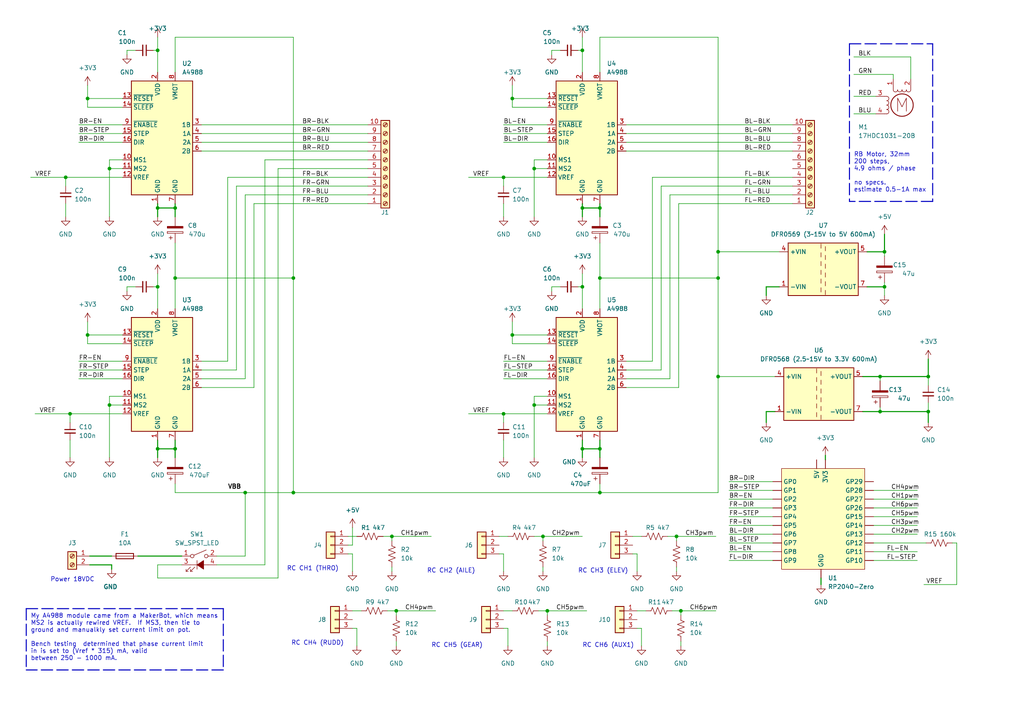
<source format=kicad_sch>
(kicad_sch (version 20211123) (generator eeschema)
  (paper "A4")
  (title_block (title "Roverling") (date "22-07-2023") (rev "1.02"))
  (lib_symbols
    (symbol "Connector:Screw_Terminal_01x02" (pin_names (offset 1.016) hide)
      (property "Reference" "J" (at 0 2.54 0))
      (property "Value" "Screw_Terminal_01x02" (at 0 -5.08 0))
      (symbol "Screw_Terminal_01x02_1_1"
        (pin passive line (at -5.08 0 0) (length 3.81) (name "Pin_1") (number "1"))
        (pin passive line (at -5.08 -2.54 0) (length 3.81) (name "Pin_2") (number "2"))
      )
    )
    (symbol "Connector:Screw_Terminal_01x10" (pin_names (offset 1.016) hide)
      (property "Reference" "J" (at 0 12.7 0))
      (property "Value" "Screw_Terminal_01x10" (at 0 -15.24 0))
      (symbol "Screw_Terminal_01x10_1_1"
        (pin passive line (at -5.08 10.16 0) (length 3.81) (name "Pin_1") (number "1"))
        (pin passive line (at -5.08 -12.7 0) (length 3.81) (name "Pin_10") (number "10"))
        (pin passive line (at -5.08 7.62 0) (length 3.81) (name "Pin_2") (number "2"))
        (pin passive line (at -5.08 5.08 0) (length 3.81) (name "Pin_3") (number "3"))
        (pin passive line (at -5.08 2.54 0) (length 3.81) (name "Pin_4") (number "4"))
        (pin passive line (at -5.08 0 0) (length 3.81) (name "Pin_5") (number "5"))
        (pin passive line (at -5.08 -2.54 0) (length 3.81) (name "Pin_6") (number "6"))
        (pin passive line (at -5.08 -5.08 0) (length 3.81) (name "Pin_7") (number "7"))
        (pin passive line (at -5.08 -7.62 0) (length 3.81) (name "Pin_8") (number "8"))
        (pin passive line (at -5.08 -10.16 0) (length 3.81) (name "Pin_9") (number "9"))
      )
    )
    (symbol "Connector_Generic:Conn_01x03" (pin_names (offset 1.016) hide)
      (property "Reference" "J" (at 0 5.08 0))
      (property "Value" "Conn_01x03" (at 0 -5.08 0))
      (symbol "Conn_01x03_1_1"
        (pin passive line (at -5.08 2.54 0) (length 3.81) (name "Pin_1") (number "1"))
        (pin passive line (at -5.08 0 0) (length 3.81) (name "Pin_2") (number "2"))
        (pin passive line (at -5.08 -2.54 0) (length 3.81) (name "Pin_3") (number "3"))
      )
    )
    (symbol "Device:C_Polarized" (pin_numbers hide) (pin_names (offset 0.254))
      (property "Reference" "C" (at 0.635 2.54 0))
      (property "Value" "C_Polarized" (at 0.635 -2.54 0))
      (symbol "C_Polarized_1_1"
        (pin passive line (at 0 3.81 270) (length 2.794) (name "~") (number "1"))
        (pin passive line (at 0 -3.81 90) (length 2.794) (name "~") (number "2"))
      )
    )
    (symbol "Device:C_Small" (pin_numbers hide) (pin_names (offset 0.254) hide)
      (property "Reference" "C" (at 0.254 1.778 0))
      (property "Value" "C_Small" (at 0.254 -2.032 0))
      (symbol "C_Small_1_1"
        (pin passive line (at 0 2.54 270) (length 2.032) (name "~") (number "1"))
        (pin passive line (at 0 -2.54 90) (length 2.032) (name "~") (number "2"))
      )
    )
    (symbol "Device:Fuse" (pin_numbers hide) (pin_names (offset 0))
      (property "Reference" "F" (at 2.032 0 90))
      (property "Value" "Fuse" (at -1.905 0 90))
      (symbol "Fuse_1_1"
        (pin passive line (at 0 3.81 270) (length 1.27) (name "~") (number "1"))
        (pin passive line (at 0 -3.81 90) (length 1.27) (name "~") (number "2"))
      )
    )
    (symbol "Device:R_US" (pin_numbers hide) (pin_names (offset 0))
      (property "Reference" "R" (at 2.54 0 90))
      (property "Value" "R_US" (at -2.54 0 90))
      (symbol "R_US_1_1"
        (pin passive line (at 0 3.81 270) (length 1.27) (name "~") (number "1"))
        (pin passive line (at 0 -3.81 90) (length 1.27) (name "~") (number "2"))
      )
    )
    (symbol "Driver_Motor:Pololu_Breakout_A4988"
      (property "Reference" "U5" (at 7.0994 20.32 0))
      (property "Value" "A4988" (at 7.0994 17.78 0))
      (symbol "Pololu_Breakout_A4988_1_1"
        (pin power_in line (at 0 -20.32 90) (length 2.54) (name "GND") (number "1"))
        (pin input line (at -10.16 -7.62 0) (length 2.54) (name "MS1") (number "10"))
        (pin input line (at -10.16 -10.16 0) (length 2.54) (name "MS2") (number "11"))
        (pin input line (at -10.16 -12.7 0) (length 2.54) (name "VREF") (number "12"))
        (pin input line (at -10.16 10.16 0) (length 2.54) (name "~{RESET}") (number "13"))
        (pin input line (at -10.16 7.62 0) (length 2.54) (name "~{SLEEP}") (number "14"))
        (pin input line (at -10.16 0 0) (length 2.54) (name "STEP") (number "15"))
        (pin input line (at -10.16 -2.54 0) (length 2.54) (name "DIR") (number "16"))
        (pin power_in line (at 0 17.78 270) (length 2.54) (name "VDD") (number "2"))
        (pin output line (at 12.7 2.54 180) (length 2.54) (name "1B") (number "3"))
        (pin output line (at 12.7 0 180) (length 2.54) (name "1A") (number "4"))
        (pin output line (at 12.7 -2.54 180) (length 2.54) (name "2A") (number "5"))
        (pin output line (at 12.7 -5.08 180) (length 2.54) (name "2B") (number "6"))
        (pin power_in line (at 5.08 -20.32 90) (length 2.54) (name "GND") (number "7"))
        (pin power_in line (at 5.08 17.78 270) (length 2.54) (name "VMOT") (number "8"))
        (pin input line (at -10.16 2.54 0) (length 2.54) (name "~{ENABLE}") (number "9"))
      )
    )
    (symbol "Motor:Stepper_Motor_bipolar" (pin_names (offset 0) hide)
      (property "Reference" "M" (at 3.81 2.54 0))
      (property "Value" "Stepper_Motor_bipolar" (at 3.81 1.27 0))
      (symbol "Stepper_Motor_bipolar_1_1"
        (pin passive line (at -2.54 7.62 270) (length 2.54) (name "~") (number "1"))
        (pin passive line (at 2.54 7.62 270) (length 2.54) (name "-") (number "2"))
        (pin passive line (at -7.62 2.54 0) (length 2.54) (name "~") (number "3"))
        (pin passive line (at -7.62 -2.54 0) (length 2.54) (name "~") (number "4"))
      )
    )
    (symbol "Pololu_Breakout_A4988_1"
      (property "Reference" "U2" (at 7.0994 20.32 0))
      (property "Value" "Pololu_Breakout_A4988_1" (at 7.0994 17.78 0))
      (symbol "Pololu_Breakout_A4988_1_1_1"
        (pin power_in line (at 0 -20.32 90) (length 2.54) (name "GND") (number "1"))
        (pin input line (at -10.16 -7.62 0) (length 2.54) (name "MS1") (number "10"))
        (pin input line (at -10.16 -10.16 0) (length 2.54) (name "MS2") (number "11"))
        (pin input line (at -10.16 -12.7 0) (length 2.54) (name "VREF") (number "12"))
        (pin input line (at -10.16 10.16 0) (length 2.54) (name "~{RESET}") (number "13"))
        (pin input line (at -10.16 7.62 0) (length 2.54) (name "~{SLEEP}") (number "14"))
        (pin input line (at -10.16 0 0) (length 2.54) (name "STEP") (number "15"))
        (pin input line (at -10.16 -2.54 0) (length 2.54) (name "DIR") (number "16"))
        (pin power_in line (at 0 17.78 270) (length 2.54) (name "VDD") (number "2"))
        (pin output line (at 12.7 2.54 180) (length 2.54) (name "1B") (number "3"))
        (pin output line (at 12.7 0 180) (length 2.54) (name "1A") (number "4"))
        (pin output line (at 12.7 -2.54 180) (length 2.54) (name "2A") (number "5"))
        (pin output line (at 12.7 -5.08 180) (length 2.54) (name "2B") (number "6"))
        (pin power_in line (at 5.08 -20.32 90) (length 2.54) (name "GND") (number "7"))
        (pin power_in line (at 5.08 17.78 270) (length 2.54) (name "VMOT") (number "8"))
        (pin input line (at -10.16 2.54 0) (length 2.54) (name "~{ENABLE}") (number "9"))
      )
    )
    (symbol "Pololu_Breakout_A4988_2"
      (property "Reference" "U3" (at 7.0994 20.32 0))
      (property "Value" "Pololu_Breakout_A4988_2" (at 7.0994 17.78 0))
      (symbol "Pololu_Breakout_A4988_2_1_1"
        (pin power_in line (at 0 -20.32 90) (length 2.54) (name "GND") (number "1"))
        (pin input line (at -10.16 -7.62 0) (length 2.54) (name "MS1") (number "10"))
        (pin input line (at -10.16 -10.16 0) (length 2.54) (name "MS2") (number "11"))
        (pin input line (at -10.16 -12.7 0) (length 2.54) (name "VREF") (number "12"))
        (pin input line (at -10.16 10.16 0) (length 2.54) (name "~{RESET}") (number "13"))
        (pin input line (at -10.16 7.62 0) (length 2.54) (name "~{SLEEP}") (number "14"))
        (pin input line (at -10.16 0 0) (length 2.54) (name "STEP") (number "15"))
        (pin input line (at -10.16 -2.54 0) (length 2.54) (name "DIR") (number "16"))
        (pin power_in line (at 0 17.78 270) (length 2.54) (name "VDD") (number "2"))
        (pin output line (at 12.7 2.54 180) (length 2.54) (name "1B") (number "3"))
        (pin output line (at 12.7 0 180) (length 2.54) (name "1A") (number "4"))
        (pin output line (at 12.7 -2.54 180) (length 2.54) (name "2A") (number "5"))
        (pin output line (at 12.7 -5.08 180) (length 2.54) (name "2B") (number "6"))
        (pin power_in line (at 5.08 -20.32 90) (length 2.54) (name "GND") (number "7"))
        (pin power_in line (at 5.08 17.78 270) (length 2.54) (name "VMOT") (number "8"))
        (pin input line (at -10.16 2.54 0) (length 2.54) (name "~{ENABLE}") (number "9"))
      )
    )
    (symbol "Pololu_Breakout_A4988_3"
      (property "Reference" "U4" (at 7.0994 20.32 0))
      (property "Value" "Pololu_Breakout_A4988_3" (at 7.0994 17.78 0))
      (symbol "Pololu_Breakout_A4988_3_1_1"
        (pin power_in line (at 0 -20.32 90) (length 2.54) (name "GND") (number "1"))
        (pin input line (at -10.16 -7.62 0) (length 2.54) (name "MS1") (number "10"))
        (pin input line (at -10.16 -10.16 0) (length 2.54) (name "MS2") (number "11"))
        (pin input line (at -10.16 -12.7 0) (length 2.54) (name "VREF") (number "12"))
        (pin input line (at -10.16 10.16 0) (length 2.54) (name "~{RESET}") (number "13"))
        (pin input line (at -10.16 7.62 0) (length 2.54) (name "~{SLEEP}") (number "14"))
        (pin input line (at -10.16 0 0) (length 2.54) (name "STEP") (number "15"))
        (pin input line (at -10.16 -2.54 0) (length 2.54) (name "DIR") (number "16"))
        (pin power_in line (at 0 17.78 270) (length 2.54) (name "VDD") (number "2"))
        (pin output line (at 12.7 2.54 180) (length 2.54) (name "1B") (number "3"))
        (pin output line (at 12.7 0 180) (length 2.54) (name "1A") (number "4"))
        (pin output line (at 12.7 -2.54 180) (length 2.54) (name "2A") (number "5"))
        (pin output line (at 12.7 -5.08 180) (length 2.54) (name "2B") (number "6"))
        (pin power_in line (at 5.08 -20.32 90) (length 2.54) (name "GND") (number "7"))
        (pin power_in line (at 5.08 17.78 270) (length 2.54) (name "VMOT") (number "8"))
        (pin input line (at -10.16 2.54 0) (length 2.54) (name "~{ENABLE}") (number "9"))
      )
    )
    (symbol "Regulator_Switching:CRE1S0505DC"
      (property "Reference" "U" (at -8.89 8.89 0))
      (property "Value" "CRE1S0505DC" (at 2.54 8.89 0))
      (symbol "CRE1S0505DC_1_1"
        (pin power_in line (at -12.7 -5.08 0) (length 2.54) (name "-VIN") (number "1"))
        (pin power_in line (at -12.7 5.08 0) (length 2.54) (name "+VIN") (number "4"))
        (pin power_out line (at 12.7 5.08 180) (length 2.54) (name "+VOUT") (number "5"))
        (pin power_out line (at 12.7 -5.08 180) (length 2.54) (name "-VOUT") (number "7"))
      )
    )
    (symbol "Switch:SW_SPST_LED" (pin_names (offset 1.016) hide)
      (property "Reference" "SW" (at 0.635 5.715 0))
      (property "Value" "SW_SPST_LED" (at 0 -3.175 0))
      (symbol "SW_SPST_LED_0_1"
        (pin passive line (at -5.08 2.54 0) (length 2.54) (name "1") (number "1"))
        (pin passive line (at 5.08 2.54 180) (length 2.54) (name "2") (number "2"))
        (pin passive line (at -5.08 0 0) (length 2.54) (name "K") (number "3"))
        (pin passive line (at 5.08 0 180) (length 2.54) (name "A") (number "4"))
      )
    )
    (symbol "_MM:RP2040-Zero" (pin_numbers hide)
      (property "Reference" "U1" (at 2.0194 -17.78 0))
      (property "Value" "RP2040-Zero" (at 2.0194 -20.32 0))
      (symbol "RP2040-Zero_1_1"
        (pin bidirectional line (at -13.97 10.16 0) (length 2.54) (name "GP0") (number "1"))
        (pin bidirectional line (at -13.97 -12.7 0) (length 2.54) (name "GP9") (number "10"))
        (pin bidirectional line (at 15.24 -12.7 180) (length 2.54) (name "GP10") (number "11"))
        (pin bidirectional line (at 15.24 -10.16 180) (length 2.54) (name "GP11") (number "12"))
        (pin bidirectional line (at 15.24 -7.62 180) (length 2.54) (name "GP12") (number "13"))
        (pin bidirectional line (at 15.24 -5.08 180) (length 2.54) (name "GP13") (number "14"))
        (pin bidirectional line (at 15.24 -2.54 180) (length 2.54) (name "GP14") (number "15"))
        (pin bidirectional line (at 15.24 0 180) (length 2.54) (name "GP15") (number "16"))
        (pin bidirectional line (at 15.24 2.54 180) (length 2.54) (name "GP26") (number "17"))
        (pin bidirectional line (at 15.24 5.08 180) (length 2.54) (name "GP27") (number "18"))
        (pin bidirectional line (at 15.24 7.62 180) (length 2.54) (name "GP28") (number "19"))
        (pin bidirectional line (at -13.97 7.62 0) (length 2.54) (name "GP1") (number "2"))
        (pin bidirectional line (at 15.24 10.16 180) (length 2.54) (name "GP29") (number "20"))
        (pin power_in line (at 1.27 16.51 270) (length 2.54) (name "3V3") (number "21"))
        (pin power_in line (at -1.27 16.51 270) (length 2.54) (name "5V") (number "22"))
        (pin power_in line (at 0 -17.78 90) (length 2.54) (name "GND") (number "23"))
        (pin bidirectional line (at -13.97 5.08 0) (length 2.54) (name "GP2") (number "3"))
        (pin bidirectional line (at -13.97 2.54 0) (length 2.54) (name "GP3") (number "4"))
        (pin bidirectional line (at -13.97 0 0) (length 2.54) (name "GP4") (number "5"))
        (pin bidirectional line (at -13.97 -2.54 0) (length 2.54) (name "GP5") (number "6"))
        (pin bidirectional line (at -13.97 -5.08 0) (length 2.54) (name "GP6") (number "7"))
        (pin bidirectional line (at -13.97 -7.62 0) (length 2.54) (name "GP7") (number "8"))
        (pin bidirectional line (at -13.97 -10.16 0) (length 2.54) (name "GP8") (number "9"))
      )
    )
    (symbol "power:+3.3V" (power) (pin_names (offset 0))
      (property "Value" "+3.3V" (at 0 3.556 0))
      (symbol "+3.3V_1_1"
        (pin power_in line (at 0 0 90) (length 0) hide (name "+3V3") (number "1"))
      )
    )
    (symbol "power:+3V3" (power) (pin_names (offset 0))
      (property "Value" "+3V3" (at 0 3.556 0))
      (symbol "+3V3_1_1"
        (pin power_in line (at 0 0 90) (length 0) hide (name "+3V3") (number "1"))
      )
    )
    (symbol "power:+5V" (power) (pin_names (offset 0))
      (property "Value" "+5V" (at 0 3.556 0))
      (symbol "+5V_1_1"
        (pin power_in line (at 0 0 90) (length 0) hide (name "+5V") (number "1"))
      )
    )
    (symbol "power:GND" (power) (pin_names (offset 0))
      (property "Value" "GND" (at 0 -3.81 0))
      (symbol "GND_1_1"
        (pin power_in line (at 0 0 270) (length 0) hide (name "GND") (number "1"))
      )
    )
  )
  (junction (at 196.215 155.575))
  (junction (at 25.4 28.575))
  (junction (at 20.32 120.015))
  (junction (at 197.485 177.165))
  (junction (at 208.28 109.22))
  (junction (at 50.8 130.175))
  (junction (at 256.54 73.025))
  (junction (at 31.75 48.895))
  (junction (at 50.8 60.325))
  (junction (at 114.935 177.165))
  (junction (at 154.94 117.475))
  (junction (at 269.24 109.22))
  (junction (at 45.72 14.605))
  (junction (at 19.05 51.435))
  (junction (at 173.99 60.325))
  (junction (at 45.72 130.175))
  (junction (at 146.05 51.435))
  (junction (at 158.75 177.165))
  (junction (at 45.72 60.325))
  (junction (at 173.99 142.875))
  (junction (at 208.28 73.025))
  (junction (at 168.91 83.185))
  (junction (at 85.09 80.645))
  (junction (at 154.94 48.895))
  (junction (at 45.72 83.185))
  (junction (at 157.48 155.575))
  (junction (at 208.28 80.645))
  (junction (at 146.05 120.015))
  (junction (at 71.12 142.875))
  (junction (at 173.99 80.645))
  (junction (at 113.665 155.575))
  (junction (at 25.4 97.155))
  (junction (at 148.59 97.155))
  (junction (at 255.27 119.38))
  (junction (at 31.75 117.475))
  (junction (at 269.24 119.38))
  (junction (at 85.09 142.875))
  (junction (at 50.8 80.645))
  (junction (at 168.91 130.175))
  (junction (at 173.99 130.175))
  (junction (at 255.27 109.22))
  (junction (at 256.54 83.185))
  (junction (at 148.59 28.575))
  (junction (at 168.91 14.605))
  (junction (at 168.91 60.325))
  (wire (pts (xy 45.72 130.175) (xy 45.72 132.715)) (stroke (width 0.3)))
  (wire (pts (xy 197.485 177.165) (xy 197.485 178.435)))
  (wire (pts (xy 256.54 81.915) (xy 256.54 83.185)))
  (wire (pts (xy 45.72 127.635) (xy 45.72 130.175)) (stroke (width 0.3)))
  (wire (pts (xy 211.455 142.24) (xy 224.155 142.24)))
  (wire (pts (xy 256.54 73.025) (xy 256.54 74.295)))
  (wire (pts (xy 102.235 182.245) (xy 103.505 182.245)))
  (wire (pts (xy 44.45 83.185) (xy 45.72 83.185)))
  (wire (pts (xy 247.65 16.51) (xy 264.16 16.51)))
  (wire (pts (xy 112.395 177.165) (xy 114.935 177.165)))
  (wire (pts (xy 173.99 130.175) (xy 173.99 132.715)) (stroke (width 0.3)))
  (wire (pts (xy 173.99 10.795) (xy 208.28 10.795)))
  (wire (pts (xy 173.99 60.325) (xy 173.99 62.865)) (stroke (width 0.3)))
  (wire (pts (xy 168.91 83.185) (xy 168.91 89.535)))
  (wire (pts (xy 211.455 144.78) (xy 224.155 144.78)))
  (wire (pts (xy 253.365 154.94) (xy 266.065 154.94)))
  (wire (pts (xy 168.91 59.055) (xy 168.91 60.325)) (stroke (width 0.3)))
  (wire (pts (xy 181.61 38.735) (xy 229.87 38.735)))
  (wire (pts (xy 168.91 60.325) (xy 168.91 62.865)) (stroke (width 0.3)))
  (wire (pts (xy 146.05 51.435) (xy 158.75 51.435)))
  (wire (pts (xy 208.28 109.22) (xy 208.28 142.875)))
  (wire (pts (xy 31.75 117.475) (xy 31.75 132.715)))
  (wire (pts (xy 85.09 10.795) (xy 85.09 80.645)))
  (wire (pts (xy 256.54 83.185) (xy 251.46 83.185)) (stroke (width 0.3)))
  (wire (pts (xy 22.86 107.315) (xy 35.56 107.315)))
  (wire (pts (xy 20.32 127.635) (xy 20.32 132.715)))
  (wire (pts (xy 158.75 99.695) (xy 148.59 99.695)))
  (wire (pts (xy 45.72 60.325) (xy 50.8 60.325)) (stroke (width 0.3)))
  (wire (pts (xy 113.665 164.465) (xy 113.665 165.735)))
  (wire (pts (xy 45.72 14.605) (xy 45.72 20.955)))
  (wire (pts (xy 181.61 43.815) (xy 229.87 43.815)))
  (wire (pts (xy 194.31 109.855) (xy 181.61 109.855)))
  (wire (pts (xy 157.48 155.575) (xy 168.91 155.575)))
  (wire (pts (xy 31.75 114.935) (xy 31.75 117.475)))
  (wire (pts (xy 100.965 158.115) (xy 102.235 158.115)))
  (wire (pts (xy 158.75 186.055) (xy 158.75 187.325)))
  (polyline (pts (xy 270.51 58.42) (xy 246.38 58.42)) (stroke (width 0.3)))
  (wire (pts (xy 183.515 160.655) (xy 184.785 160.655)))
  (wire (pts (xy 32.385 163.83) (xy 32.385 165.1)) (stroke (width 0.3)))
  (wire (pts (xy 253.365 147.32) (xy 266.065 147.32)))
  (wire (pts (xy 211.455 154.94) (xy 224.155 154.94)))
  (wire (pts (xy 66.04 51.435) (xy 66.04 104.775)))
  (wire (pts (xy 19.05 59.055) (xy 19.05 62.865)))
  (wire (pts (xy 146.05 104.775) (xy 158.75 104.775)))
  (wire (pts (xy 25.4 97.155) (xy 35.56 97.155)))
  (polyline (pts (xy 7.62 176.53) (xy 64.77 176.53)) (stroke (width 0.3)))
  (wire (pts (xy 208.28 73.025) (xy 208.28 80.645)))
  (wire (pts (xy 35.56 99.695) (xy 25.4 99.695)))
  (wire (pts (xy 184.785 160.655) (xy 184.785 165.735)))
  (wire (pts (xy 50.8 140.335) (xy 50.8 142.875)))
  (wire (pts (xy 168.91 130.175) (xy 168.91 132.715)) (stroke (width 0.3)))
  (wire (pts (xy 103.505 182.245) (xy 103.505 187.325)))
  (wire (pts (xy 154.94 48.895) (xy 154.94 62.865)))
  (wire (pts (xy 183.515 155.575) (xy 186.055 155.575)))
  (wire (pts (xy 173.99 80.645) (xy 208.28 80.645)))
  (wire (pts (xy 167.64 14.605) (xy 168.91 14.605)))
  (wire (pts (xy 168.91 14.605) (xy 168.91 20.955)))
  (wire (pts (xy 58.42 104.775) (xy 66.04 104.775)))
  (wire (pts (xy 160.02 83.185) (xy 160.02 84.455)))
  (wire (pts (xy 196.215 155.575) (xy 196.215 156.845)))
  (wire (pts (xy 148.59 24.765) (xy 148.59 28.575)))
  (polyline (pts (xy 64.77 176.53) (xy 64.77 194.31)) (stroke (width 0.3)))
  (wire (pts (xy 36.83 14.605) (xy 36.83 15.875)))
  (wire (pts (xy 247.65 27.94) (xy 254 27.94)))
  (wire (pts (xy 76.835 46.355) (xy 76.835 163.83)))
  (wire (pts (xy 50.8 127.635) (xy 50.8 130.175)) (stroke (width 0.3)))
  (wire (pts (xy 114.935 186.055) (xy 114.935 187.325)))
  (wire (pts (xy 197.485 177.165) (xy 207.645 177.165)))
  (wire (pts (xy 238.125 167.64) (xy 238.125 169.545)) (stroke (width 0.3)))
  (wire (pts (xy 158.75 48.895) (xy 154.94 48.895)))
  (wire (pts (xy 135.89 51.435) (xy 146.05 51.435)))
  (wire (pts (xy 148.59 28.575) (xy 158.75 28.575)))
  (wire (pts (xy 160.02 14.605) (xy 162.56 14.605)))
  (wire (pts (xy 259.08 21.59) (xy 259.08 22.86)))
  (wire (pts (xy 148.59 97.155) (xy 148.59 99.695)))
  (wire (pts (xy 276.225 157.48) (xy 277.495 157.48)))
  (wire (pts (xy 269.24 119.38) (xy 269.24 122.555)) (stroke (width 0.3)))
  (wire (pts (xy 71.12 142.875) (xy 71.12 161.29)))
  (wire (pts (xy 229.87 56.515) (xy 194.31 56.515)))
  (wire (pts (xy 45.72 60.325) (xy 45.72 62.865)) (stroke (width 0.3)))
  (wire (pts (xy 222.25 83.185) (xy 226.06 83.185)) (stroke (width 0.3)))
  (wire (pts (xy 73.66 112.395) (xy 58.42 112.395)))
  (wire (pts (xy 45.72 163.83) (xy 52.705 163.83)))
  (wire (pts (xy 80.645 48.895) (xy 80.645 167.64)))
  (wire (pts (xy 58.42 41.275) (xy 106.68 41.275)))
  (wire (pts (xy 50.8 20.955) (xy 50.8 10.795)))
  (wire (pts (xy 45.72 10.795) (xy 45.72 14.605)))
  (wire (pts (xy 106.68 53.975) (xy 68.58 53.975)))
  (wire (pts (xy 106.68 59.055) (xy 73.66 59.055)))
  (wire (pts (xy 146.05 127.635) (xy 146.05 132.715)))
  (polyline (pts (xy 246.38 12.7) (xy 270.51 12.7)) (stroke (width 0.3)))
  (wire (pts (xy 189.23 51.435) (xy 189.23 104.775)))
  (wire (pts (xy 31.75 48.895) (xy 31.75 62.865)))
  (wire (pts (xy 148.59 97.155) (xy 158.75 97.155)))
  (wire (pts (xy 35.56 48.895) (xy 31.75 48.895)))
  (wire (pts (xy 106.68 51.435) (xy 66.04 51.435)))
  (wire (pts (xy 85.09 80.645) (xy 85.09 142.875)))
  (polyline (pts (xy 7.62 176.53) (xy 7.62 194.31)) (stroke (width 0.3)))
  (wire (pts (xy 256.54 73.025) (xy 256.54 67.945)) (stroke (width 0.3)))
  (wire (pts (xy 26.035 163.83) (xy 32.385 163.83)) (stroke (width 0.3)))
  (wire (pts (xy 146.05 109.855) (xy 158.75 109.855)))
  (wire (pts (xy 154.94 117.475) (xy 154.94 132.715)))
  (wire (pts (xy 247.65 33.02) (xy 254 33.02)))
  (wire (pts (xy 68.58 107.315) (xy 58.42 107.315)))
  (wire (pts (xy 144.78 160.655) (xy 146.05 160.655)))
  (wire (pts (xy 148.59 28.575) (xy 148.59 31.115)))
  (wire (pts (xy 222.25 119.38) (xy 222.25 122.555)) (stroke (width 0.3)))
  (wire (pts (xy 111.125 155.575) (xy 113.665 155.575)))
  (wire (pts (xy 19.05 51.435) (xy 19.05 53.975)))
  (wire (pts (xy 154.94 46.355) (xy 154.94 48.895)))
  (wire (pts (xy 208.28 10.795) (xy 208.28 73.025)))
  (wire (pts (xy 50.8 80.645) (xy 85.09 80.645)))
  (polyline (pts (xy 64.77 194.31) (xy 7.62 194.31)) (stroke (width 0.3)))
  (wire (pts (xy 211.455 139.7) (xy 224.155 139.7)))
  (wire (pts (xy 255.27 109.22) (xy 269.24 109.22)) (stroke (width 0.3)))
  (wire (pts (xy 168.91 10.795) (xy 168.91 14.605)))
  (wire (pts (xy 222.25 85.725) (xy 222.25 83.185)) (stroke (width 0.3)))
  (wire (pts (xy 256.54 83.185) (xy 256.54 85.725)))
  (wire (pts (xy 229.87 51.435) (xy 189.23 51.435)))
  (wire (pts (xy 158.75 117.475) (xy 154.94 117.475)))
  (wire (pts (xy 113.665 155.575) (xy 125.095 155.575)))
  (wire (pts (xy 181.61 104.775) (xy 189.23 104.775)))
  (wire (pts (xy 26.035 161.29) (xy 32.385 161.29)) (stroke (width 0.3)))
  (wire (pts (xy 184.785 177.165) (xy 187.325 177.165)))
  (wire (pts (xy 146.05 107.315) (xy 158.75 107.315)))
  (wire (pts (xy 25.4 28.575) (xy 35.56 28.575)))
  (wire (pts (xy 193.675 155.575) (xy 196.215 155.575)))
  (wire (pts (xy 146.05 59.055) (xy 146.05 62.865)))
  (wire (pts (xy 211.455 160.02) (xy 224.155 160.02)))
  (wire (pts (xy 168.91 60.325) (xy 173.99 60.325)) (stroke (width 0.3)))
  (wire (pts (xy 181.61 36.195) (xy 229.87 36.195)))
  (wire (pts (xy 40.005 161.29) (xy 52.705 161.29)) (stroke (width 0.3)))
  (wire (pts (xy 146.05 36.195) (xy 158.75 36.195)))
  (wire (pts (xy 196.85 112.395) (xy 181.61 112.395)))
  (wire (pts (xy 156.21 177.165) (xy 158.75 177.165)))
  (wire (pts (xy 100.965 160.655) (xy 102.235 160.655)))
  (wire (pts (xy 229.87 53.975) (xy 191.77 53.975)))
  (wire (pts (xy 20.32 120.015) (xy 35.56 120.015)))
  (wire (pts (xy 158.75 114.935) (xy 154.94 114.935)))
  (wire (pts (xy 158.75 177.165) (xy 158.75 178.435)))
  (wire (pts (xy 208.28 109.22) (xy 224.79 109.22)))
  (wire (pts (xy 36.83 83.185) (xy 36.83 84.455)))
  (wire (pts (xy 154.94 155.575) (xy 157.48 155.575)))
  (wire (pts (xy 50.8 80.645) (xy 50.8 89.535)))
  (wire (pts (xy 50.8 142.875) (xy 71.12 142.875)))
  (wire (pts (xy 247.65 21.59) (xy 259.08 21.59)))
  (wire (pts (xy 173.99 20.955) (xy 173.99 10.795)))
  (wire (pts (xy 10.16 120.015) (xy 20.32 120.015)))
  (wire (pts (xy 45.72 167.64) (xy 45.72 163.83)))
  (wire (pts (xy 186.055 182.245) (xy 186.055 187.325)))
  (wire (pts (xy 146.05 177.165) (xy 148.59 177.165)))
  (wire (pts (xy 50.8 130.175) (xy 50.8 132.715)) (stroke (width 0.3)))
  (wire (pts (xy 71.12 109.855) (xy 58.42 109.855)))
  (wire (pts (xy 44.45 14.605) (xy 45.72 14.605)))
  (wire (pts (xy 22.86 36.195) (xy 35.56 36.195)))
  (wire (pts (xy 102.235 153.035) (xy 102.235 158.115)))
  (wire (pts (xy 25.4 93.345) (xy 25.4 97.155)))
  (wire (pts (xy 194.945 177.165) (xy 197.485 177.165)))
  (wire (pts (xy 255.27 118.11) (xy 255.27 119.38)))
  (wire (pts (xy 208.28 80.645) (xy 208.28 109.22)))
  (wire (pts (xy 71.12 142.875) (xy 85.09 142.875)))
  (wire (pts (xy 146.05 38.735) (xy 158.75 38.735)))
  (wire (pts (xy 20.32 120.015) (xy 20.32 122.555)))
  (wire (pts (xy 158.75 177.165) (xy 170.18 177.165)))
  (wire (pts (xy 196.215 155.575) (xy 207.645 155.575)))
  (wire (pts (xy 50.8 60.325) (xy 50.8 62.865)) (stroke (width 0.3)))
  (wire (pts (xy 253.365 142.24) (xy 266.065 142.24)))
  (wire (pts (xy 160.02 14.605) (xy 160.02 15.875)))
  (wire (pts (xy 25.4 28.575) (xy 25.4 31.115)))
  (wire (pts (xy 146.05 51.435) (xy 146.05 53.975)))
  (wire (pts (xy 22.86 104.775) (xy 35.56 104.775)))
  (wire (pts (xy 191.77 107.315) (xy 181.61 107.315)))
  (wire (pts (xy 146.05 182.245) (xy 147.32 182.245)))
  (wire (pts (xy 71.12 56.515) (xy 71.12 109.855)))
  (wire (pts (xy 211.455 147.32) (xy 224.155 147.32)))
  (wire (pts (xy 158.75 46.355) (xy 154.94 46.355)))
  (wire (pts (xy 146.05 120.015) (xy 158.75 120.015)))
  (wire (pts (xy 45.72 130.175) (xy 50.8 130.175)) (stroke (width 0.3)))
  (wire (pts (xy 19.05 51.435) (xy 35.56 51.435)))
  (polyline (pts (xy 246.38 12.7) (xy 246.38 58.42)) (stroke (width 0.3)))
  (wire (pts (xy 58.42 43.815) (xy 106.68 43.815)))
  (wire (pts (xy 191.77 53.975) (xy 191.77 107.315)))
  (wire (pts (xy 35.56 46.355) (xy 31.75 46.355)))
  (wire (pts (xy 157.48 164.465) (xy 157.48 165.735)))
  (wire (pts (xy 22.86 41.275) (xy 35.56 41.275)))
  (wire (pts (xy 224.79 119.38) (xy 222.25 119.38)) (stroke (width 0.3)))
  (wire (pts (xy 146.05 160.655) (xy 146.05 165.735)))
  (polyline (pts (xy 270.51 12.7) (xy 270.51 58.42)) (stroke (width 0.3)))
  (wire (pts (xy 50.8 70.485) (xy 50.8 80.645)))
  (wire (pts (xy 35.56 117.475) (xy 31.75 117.475)))
  (wire (pts (xy 100.965 155.575) (xy 103.505 155.575)))
  (wire (pts (xy 168.91 79.375) (xy 168.91 83.185)))
  (wire (pts (xy 73.66 59.055) (xy 73.66 112.395)))
  (wire (pts (xy 253.365 144.78) (xy 266.065 144.78)))
  (wire (pts (xy 158.75 31.115) (xy 148.59 31.115)))
  (wire (pts (xy 146.05 41.275) (xy 158.75 41.275)))
  (wire (pts (xy 114.935 177.165) (xy 114.935 178.435)))
  (wire (pts (xy 184.785 182.245) (xy 186.055 182.245)))
  (wire (pts (xy 211.455 149.86) (xy 224.155 149.86)))
  (wire (pts (xy 173.99 80.645) (xy 173.99 89.535)))
  (wire (pts (xy 45.72 59.055) (xy 45.72 60.325)) (stroke (width 0.3)))
  (wire (pts (xy 36.83 14.605) (xy 39.37 14.605)))
  (wire (pts (xy 106.68 56.515) (xy 71.12 56.515)))
  (wire (pts (xy 45.72 83.185) (xy 45.72 89.535)))
  (wire (pts (xy 25.4 97.155) (xy 25.4 99.695)))
  (wire (pts (xy 68.58 53.975) (xy 68.58 107.315)))
  (wire (pts (xy 167.64 83.185) (xy 168.91 83.185)))
  (wire (pts (xy 269.24 109.22) (xy 269.24 111.76)))
  (wire (pts (xy 173.99 127.635) (xy 173.99 130.175)) (stroke (width 0.3)))
  (wire (pts (xy 25.4 24.765) (xy 25.4 28.575)))
  (wire (pts (xy 173.99 70.485) (xy 173.99 80.645)))
  (wire (pts (xy 264.16 16.51) (xy 264.16 22.86)))
  (wire (pts (xy 62.865 163.83) (xy 76.835 163.83)))
  (wire (pts (xy 113.665 155.575) (xy 113.665 156.845)))
  (wire (pts (xy 31.75 46.355) (xy 31.75 48.895)))
  (wire (pts (xy 35.56 31.115) (xy 25.4 31.115)))
  (wire (pts (xy 253.365 160.02) (xy 266.065 160.02)))
  (wire (pts (xy 173.99 140.335) (xy 173.99 142.875)))
  (wire (pts (xy 135.89 120.015) (xy 146.05 120.015)))
  (wire (pts (xy 267.97 169.545) (xy 277.495 169.545)))
  (wire (pts (xy 146.05 120.015) (xy 146.05 122.555)))
  (wire (pts (xy 8.89 51.435) (xy 19.05 51.435)))
  (wire (pts (xy 102.235 160.655) (xy 102.235 165.735)))
  (wire (pts (xy 147.32 182.245) (xy 147.32 187.325)))
  (wire (pts (xy 58.42 36.195) (xy 106.68 36.195)))
  (wire (pts (xy 196.215 164.465) (xy 196.215 165.735)))
  (wire (pts (xy 194.31 56.515) (xy 194.31 109.855)))
  (wire (pts (xy 144.78 155.575) (xy 147.32 155.575)))
  (wire (pts (xy 239.395 132.08) (xy 239.395 133.35)) (stroke (width 0.3)))
  (wire (pts (xy 211.455 152.4) (xy 224.155 152.4)))
  (wire (pts (xy 196.85 59.055) (xy 196.85 112.395)))
  (wire (pts (xy 45.72 79.375) (xy 45.72 83.185)))
  (wire (pts (xy 250.19 109.22) (xy 255.27 109.22)) (stroke (width 0.3)))
  (wire (pts (xy 173.99 59.055) (xy 173.99 60.325)) (stroke (width 0.3)))
  (wire (pts (xy 255.27 119.38) (xy 250.19 119.38)) (stroke (width 0.3)))
  (wire (pts (xy 154.94 114.935) (xy 154.94 117.475)))
  (wire (pts (xy 168.91 130.175) (xy 173.99 130.175)) (stroke (width 0.3)))
  (wire (pts (xy 253.365 149.86) (xy 266.065 149.86)))
  (wire (pts (xy 160.02 83.185) (xy 162.56 83.185)))
  (wire (pts (xy 157.48 155.575) (xy 157.48 156.845)))
  (wire (pts (xy 253.365 157.48) (xy 268.605 157.48)))
  (wire (pts (xy 269.24 109.22) (xy 269.24 104.14)) (stroke (width 0.3)))
  (wire (pts (xy 36.83 83.185) (xy 39.37 83.185)))
  (wire (pts (xy 168.91 127.635) (xy 168.91 130.175)) (stroke (width 0.3)))
  (wire (pts (xy 253.365 162.56) (xy 266.065 162.56)))
  (wire (pts (xy 85.09 142.875) (xy 173.99 142.875)))
  (wire (pts (xy 35.56 114.935) (xy 31.75 114.935)))
  (wire (pts (xy 253.365 152.4) (xy 266.065 152.4)))
  (wire (pts (xy 22.86 38.735) (xy 35.56 38.735)))
  (wire (pts (xy 255.27 109.22) (xy 255.27 110.49)))
  (wire (pts (xy 80.645 167.64) (xy 45.72 167.64)))
  (wire (pts (xy 114.935 177.165) (xy 126.365 177.165)))
  (wire (pts (xy 62.865 161.29) (xy 71.12 161.29)))
  (wire (pts (xy 229.87 59.055) (xy 196.85 59.055)))
  (wire (pts (xy 197.485 186.055) (xy 197.485 187.325)))
  (wire (pts (xy 148.59 93.345) (xy 148.59 97.155)))
  (wire (pts (xy 269.24 116.84) (xy 269.24 119.38)))
  (wire (pts (xy 50.8 10.795) (xy 85.09 10.795)))
  (wire (pts (xy 102.235 177.165) (xy 104.775 177.165)))
  (wire (pts (xy 76.835 46.355) (xy 106.68 46.355)))
  (wire (pts (xy 277.495 157.48) (xy 277.495 169.545)))
  (wire (pts (xy 173.99 142.875) (xy 208.28 142.875)))
  (wire (pts (xy 208.28 73.025) (xy 226.06 73.025)))
  (wire (pts (xy 269.24 119.38) (xy 255.27 119.38)) (stroke (width 0.3)))
  (wire (pts (xy 211.455 162.56) (xy 224.155 162.56)))
  (wire (pts (xy 58.42 38.735) (xy 106.68 38.735)))
  (wire (pts (xy 50.8 59.055) (xy 50.8 60.325)) (stroke (width 0.3)))
  (wire (pts (xy 22.86 109.855) (xy 35.56 109.855)))
  (wire (pts (xy 80.645 48.895) (xy 106.68 48.895)))
  (wire (pts (xy 211.455 157.48) (xy 224.155 157.48)))
  (wire (pts (xy 251.46 73.025) (xy 256.54 73.025)) (stroke (width 0.3)))
  (wire (pts (xy 181.61 41.275) (xy 229.87 41.275)))
  (text "RC CH4 (RUDD)" (at 84.455 187.325 0) (effects (font (size 1.27 1.27)) (justify left bottom)))
  (text "My A4988 module came from a MakerBot, which means\nMS2 is actually rewired VREF.  If MS3, then tie to \nground and manualkly set current limit on pot.\n\nBench testing  determined that phase current limit\nin is set to (Vref * 315) mA, valid\nbetween 250 - 1000 mA.\n" (at 8.89 191.77 0) (effects (font (size 1.27 1.27)) (justify left bottom)))
  (text "RC CH6 (AUX1)" (at 168.91 187.96 0) (effects (font (size 1.27 1.27)) (justify left bottom)))
  (text "RC CH2 (AILE)" (at 123.825 166.37 0) (effects (font (size 1.27 1.27)) (justify left bottom)))
  (text "RC CH1 (THRO)" (at 83.185 165.735 0) (effects (font (size 1.27 1.27)) (justify left bottom)))
  (text "RC CH3 (ELEV)" (at 167.64 166.37 0) (effects (font (size 1.27 1.27)) (justify left bottom)))
  (text "RB Motor, 32mm \n200 steps,\n4.9 ohms / phase\n\nno specs.\nestimate 0.5-1A max" (at 247.65 55.88 0) (effects (font (size 1.27 1.27)) (justify left bottom)))
  (text "Power 18VDC" (at 14.605 168.91 0) (effects (font (size 1.27 1.27)) (justify left bottom)))
  (text "RC CH5 (GEAR)" (at 125.095 187.96 0) (effects (font (size 1.27 1.27)) (justify left bottom)))
  (label "FL-DIR" (at 211.455 162.56 0))
  (label "FR-DIR" (at 22.86 109.855 0))
  (label "CH6pwm" (at 200.025 177.165 0))
  (label "VREF" (at 11.43 120.015 0))
  (label "BR-BLU" (at 87.63 41.275 0))
  (label "FL-STEP" (at 257.175 162.56 0))
  (label "FR-BLK" (at 87.63 51.435 0))
  (label "VREF" (at 137.16 51.435 0))
  (label "BLU" (at 248.92 33.02 0))
  (label "VREF" (at 10.16 51.435 0))
  (label "VBB" (at 66.04 142.24 0) (effects (font bold)))
  (label "BR-DIR" (at 22.86 41.275 0))
  (label "FL-RED" (at 215.9 59.055 0))
  (label "FL-GRN" (at 215.9 53.975 0))
  (label "FR-RED" (at 87.63 59.055 0))
  (label "BR-GRN" (at 87.63 38.735 0))
  (label "FR-EN" (at 211.455 152.4 0))
  (label "FR-EN" (at 22.86 104.775 0))
  (label "CH2pwm" (at 160.02 155.575 0))
  (label "CH6pwm" (at 258.445 147.32 0))
  (label "BL-RED" (at 215.9 43.815 0))
  (label "FR-STEP" (at 22.86 107.315 0))
  (label "VREF" (at 268.605 169.545 0))
  (label "BL-BLU" (at 215.9 41.275 0))
  (label "FR-DIR" (at 211.455 147.32 0))
  (label "BL-EN" (at 211.455 160.02 0))
  (label "BR-EN" (at 22.86 36.195 0))
  (label "CH1pwm" (at 116.205 155.575 0))
  (label "BR-STEP" (at 22.86 38.735 0))
  (label "FL-BLK" (at 215.9 51.435 0))
  (label "BR-DIR" (at 211.455 139.7 0))
  (label "BL-STEP" (at 146.05 38.735 0))
  (label "FL-STEP" (at 146.05 107.315 0))
  (label "CH4pwm" (at 117.475 177.165 0))
  (label "CH2pwm" (at 258.445 154.94 0))
  (label "CH5pwm" (at 258.445 149.86 0))
  (label "RED" (at 248.92 27.94 0))
  (label "CH3pwm" (at 198.755 155.575 0))
  (label "CH1pwm" (at 258.445 144.78 0))
  (label "FL-EN" (at 257.175 160.02 0))
  (label "CH4pwm" (at 258.445 142.24 0))
  (label "BR-BLK" (at 87.63 36.195 0))
  (label "BL-GRN" (at 215.9 38.735 0))
  (label "BL-BLK" (at 215.9 36.195 0))
  (label "BR-RED" (at 87.63 43.815 0))
  (label "FR-BLU" (at 87.63 56.515 0))
  (label "BL-DIR" (at 146.05 41.275 0))
  (label "BR-STEP" (at 211.455 142.24 0))
  (label "BL-STEP" (at 211.455 157.48 0))
  (label "VREF" (at 137.16 120.015 0))
  (label "BL-EN" (at 146.05 36.195 0))
  (label "CH3pwm" (at 258.445 152.4 0))
  (label "FL-EN" (at 146.05 104.775 0))
  (label "FR-GRN" (at 87.63 53.975 0))
  (label "GRN" (at 248.92 21.59 0))
  (label "CH5pwm" (at 161.29 177.165 0))
  (label "BLK" (at 248.92 16.51 0))
  (label "FL-DIR" (at 146.05 109.855 0))
  (label "BR-EN" (at 211.455 144.78 0))
  (label "FL-BLU" (at 215.9 56.515 0))
  (label "BL-DIR" (at 211.455 154.94 0))
  (label "FR-STEP" (at 211.455 149.86 0))
  (symbol (lib_id "power:+3V3") (at 269.24 104.14 0) (unit 1)
    (property "Reference" "#PWR017" (effects hide))
    (property "Value" "+3V3" (at 269.24 99.06 0))
  )
  (symbol (lib_id "Device:R_US") (at 189.865 155.575 270) (unit 1)
    (property "Reference" "R5" (at 188.595 153.035 90))
    (property "Value" "4k7" (at 192.405 153.035 90))
  )
  (symbol (lib_id "power:GND") (at 154.94 62.865 0) (unit 1)
    (property "Reference" "#PWR08" (effects hide))
    (property "Value" "GND" (at 154.94 67.945 0))
  )
  (symbol (lib_id "Connector_Generic:Conn_01x03") (at 178.435 158.115 0) (mirror y) (unit 1)
    (property "Reference" "J7" (at 175.895 158.1149 0) (effects (justify left)))
    (property "Value" "Conn_01x03" (effects hide))
  )
  (symbol (lib_id "power:GND") (at 157.48 165.735 0) (unit 1)
    (property "Reference" "#PWR038" (effects hide))
    (property "Value" "GND" (at 157.48 170.815 0))
  )
  (symbol (lib_id "Device:C_Small") (at 269.24 114.3 0) (unit 1)
    (property "Reference" "C14" (at 271.78 113.0362 0) (effects (justify left)))
    (property "Value" "100n" (at 271.78 115.5762 0) (effects (justify left)))
  )
  (symbol (lib_id "Device:R_US") (at 272.415 157.48 270) (unit 1)
    (property "Reference" "R15" (at 269.875 154.94 90))
    (property "Value" "160k" (at 274.955 154.94 90))
  )
  (symbol (lib_id "power:GND") (at 102.235 165.735 0) (unit 1)
    (property "Reference" "#PWR035" (effects hide))
    (property "Value" "GND" (at 102.235 170.815 0))
  )
  (symbol (lib_id "Device:R_US") (at 196.215 160.655 180) (unit 1)
    (property "Reference" "R8" (at 198.755 159.3849 0) (effects (justify right)))
    (property "Value" "10k" (at 198.755 161.9249 0) (effects (justify right)))
  )
  (symbol (lib_id "Device:R_US") (at 151.13 155.575 270) (unit 1)
    (property "Reference" "R4" (at 149.86 153.035 90))
    (property "Value" "4k7" (at 153.67 153.035 90))
  )
  (symbol (lib_id "power:GND") (at 160.02 15.875 0) (unit 1)
    (property "Reference" "#PWR06" (effects hide))
    (property "Value" "GND" (at 160.02 20.955 0))
  )
  (symbol (lib_id "power:GND") (at 256.54 85.725 0) (unit 1)
    (property "Reference" "#PWR029" (effects hide))
    (property "Value" "GND" (at 256.54 90.805 0))
  )
  (symbol (lib_id "power:GND") (at 238.125 169.545 0) (unit 1)
    (property "Reference" "#PWR027" (effects hide))
    (property "Value" "GND" (at 238.125 174.625 0))
  )
  (symbol (lib_id "Device:Fuse") (at 36.195 161.29 270) (unit 1)
    (property "Reference" "F1" (at 36.195 154.94 90))
    (property "Value" "10A" (at 36.195 157.48 90))
  )
  (symbol (lib_id "Device:C_Polarized") (at 50.8 66.675 0) (mirror x) (unit 1)
    (property "Reference" "C8" (at 57.15 65.405 0) (effects (justify right)))
    (property "Value" "470u" (at 59.69 67.945 0) (effects (justify right)))
  )
  (symbol (lib_id "power:GND") (at 31.75 132.715 0) (unit 1)
    (property "Reference" "#PWR020" (effects hide))
    (property "Value" "GND" (at 31.75 137.795 0))
  )
  (symbol (lib_id "Device:R_US") (at 152.4 177.165 270) (unit 1)
    (property "Reference" "R10" (at 151.13 174.625 90))
    (property "Value" "4k7" (at 154.94 174.625 90))
  )
  (symbol (lib_id "power:GND") (at 31.75 62.865 0) (unit 1)
    (property "Reference" "#PWR07" (effects hide))
    (property "Value" "GND" (at 31.75 67.945 0))
  )
  (symbol (lib_id "power:GND") (at 45.72 132.715 0) (unit 1)
    (property "Reference" "#PWR025" (effects hide))
    (property "Value" "GND" (at 45.72 137.795 0))
  )
  (symbol (lib_id "Connector:Screw_Terminal_01x02") (at 20.955 161.29 0) (mirror y) (unit 1)
    (property "Reference" "J3" (at 20.955 157.48 0))
    (property "Value" "Screw_Terminal_01x02" (effects hide))
  )
  (symbol (lib_id "power:+3V3") (at 168.91 79.375 0) (unit 1)
    (property "Reference" "#PWR014" (effects hide))
    (property "Value" "+3V3" (at 168.91 74.295 0))
  )
  (symbol (lib_id "power:GND") (at 146.05 62.865 0) (unit 1)
    (property "Reference" "#PWR010" (effects hide))
    (property "Value" "GND" (at 146.05 67.945 0))
  )
  (symbol (lib_id "power:GND") (at 160.02 84.455 0) (unit 1)
    (property "Reference" "#PWR019" (effects hide))
    (property "Value" "GND" (at 160.02 89.535 0))
  )
  (symbol (lib_id "power:GND") (at 196.215 165.735 0) (unit 1)
    (property "Reference" "#PWR040" (effects hide))
    (property "Value" "GND" (at 196.215 170.815 0))
  )
  (symbol (lib_id "Device:R_US") (at 158.75 182.245 180) (unit 1)
    (property "Reference" "R13" (at 161.29 180.9749 0) (effects (justify right)))
    (property "Value" "10k" (at 161.29 183.5149 0) (effects (justify right)))
  )
  (symbol (lib_id "power:+3V3") (at 45.72 79.375 0) (unit 1)
    (property "Reference" "#PWR013" (effects hide))
    (property "Value" "+3V3" (at 45.72 74.295 0))
  )
  (symbol (lib_id "Motor:Stepper_Motor_bipolar") (at 261.62 30.48 0) (unit 1)
    (property "Reference" "M1" (at 248.92 36.83 0) (effects (justify left)))
    (property "Value" "17HDC1031-20B" (at 248.92 39.37 0) (effects (justify left)))
    (property "Datasheet" "http://www.infineon.com/dgdl/Application-Note-TLE8110EE_driving_UniPolarStepperMotor_V1.1.pdf?fileId=db3a30431be39b97011be5d0aa0a00b0" (effects hide))
  )
  (symbol (lib_id "power:GND") (at 168.91 62.865 0) (unit 1)
    (property "Reference" "#PWR012" (effects hide))
    (property "Value" "GND" (at 168.91 67.945 0))
  )
  (symbol (lib_id "Connector_Generic:Conn_01x03") (at 95.885 158.115 0) (mirror y) (unit 1)
    (property "Reference" "J4" (at 93.345 158.1149 0) (effects (justify left)))
    (property "Value" "Conn_01x03" (effects hide))
  )
  (symbol (lib_id "power:GND") (at 168.91 132.715 0) (unit 1)
    (property "Reference" "#PWR026" (effects hide))
    (property "Value" "GND" (at 165.1 133.985 0))
  )
  (symbol (lib_id "Connector_Generic:Conn_01x03") (at 97.155 179.705 0) (mirror y) (unit 1)
    (property "Reference" "J8" (at 94.615 179.7049 0) (effects (justify left)))
    (property "Value" "Conn_01x03" (effects hide))
  )
  (symbol (lib_id "Connector_Generic:Conn_01x03") (at 139.7 158.115 0) (mirror y) (unit 1)
    (property "Reference" "J6" (at 137.16 158.1149 0) (effects (justify left)))
    (property "Value" "Conn_01x03" (effects hide))
  )
  (symbol (lib_id "Device:R_US") (at 113.665 160.655 180) (unit 1)
    (property "Reference" "R2" (at 116.205 159.3849 0) (effects (justify right)))
    (property "Value" "10k" (at 116.205 161.9249 0) (effects (justify right)))
  )
  (symbol (lib_id "Connector:Screw_Terminal_01x10") (at 234.95 48.895 0) (mirror x) (unit 1)
    (property "Reference" "J2" (at 233.68 61.595 0) (effects (justify left)))
    (property "Value" "Screw_Terminal" (effects hide))
  )
  (symbol (lib_id "power:GND") (at 154.94 132.715 0) (unit 1)
    (property "Reference" "#PWR021" (effects hide))
    (property "Value" "GND" (at 154.94 137.795 0))
  )
  (symbol (lib_id "power:GND") (at 36.83 15.875 0) (unit 1)
    (property "Reference" "#PWR05" (effects hide))
    (property "Value" "GND" (at 36.83 20.955 0))
  )
  (symbol (lib_id "Device:C_Polarized") (at 255.27 114.3 0) (mirror x) (unit 1)
    (property "Reference" "C13" (at 261.62 113.03 0) (effects (justify right)))
    (property "Value" "47u" (at 264.16 115.57 0) (effects (justify right)))
  )
  (symbol (lib_id "Device:C_Polarized") (at 256.54 78.105 0) (mirror x) (unit 1)
    (property "Reference" "C15" (at 262.89 76.835 0) (effects (justify right)))
    (property "Value" "47u" (at 265.43 79.375 0) (effects (justify right)))
  )
  (symbol (lib_id "power:GND") (at 222.25 122.555 0) (unit 1)
    (property "Reference" "#PWR030" (effects hide))
    (property "Value" "GND" (at 222.25 127.635 0))
  )
  (symbol (lib_id "Device:C_Small") (at 41.91 14.605 270) (unit 1)
    (property "Reference" "C1" (at 36.83 9.525 90) (effects (justify right)))
    (property "Value" "100n" (at 39.37 12.065 90) (effects (justify right)))
  )
  (symbol (lib_id "power:GND") (at 45.72 62.865 0) (unit 1)
    (property "Reference" "#PWR011" (effects hide))
    (property "Value" "GND" (at 45.72 67.945 0))
  )
  (symbol (lib_id "Device:R_US") (at 108.585 177.165 270) (unit 1)
    (property "Reference" "R9" (at 107.315 174.625 90))
    (property "Value" "4k7" (at 111.125 174.625 90))
  )
  (symbol (lib_id "Device:C_Small") (at 146.05 125.095 0) (unit 1)
    (property "Reference" "C11" (at 148.59 123.8312 0) (effects (justify left)))
    (property "Value" "100n" (at 148.59 126.3712 0) (effects (justify left)))
  )
  (symbol (lib_id "power:+3V3") (at 168.91 10.795 0) (unit 1)
    (property "Reference" "#PWR02" (effects hide))
    (property "Value" "+3V3" (at 168.275 8.255 0))
  )
  (symbol (lib_id "Device:C_Polarized") (at 173.99 66.675 0) (mirror x) (unit 1)
    (property "Reference" "C3" (at 180.34 65.405 0) (effects (justify right)))
    (property "Value" "470u" (at 182.88 67.945 0) (effects (justify right)))
  )
  (symbol (lib_name "Pololu_Breakout_A4988_1") (lib_id "Driver_Motor:Pololu_Breakout_A4988") (at 45.72 38.735 0) (unit 1)
    (property "Reference" "U2" (at 52.8194 18.415 0) (effects (justify left)))
    (property "Value" "A4988" (at 52.8194 20.955 0) (effects (justify left)))
    (property "Footprint" "Module:Pololu_Breakout-16_15.2x20.3mm" (effects hide))
    (property "Datasheet" "https://www.pololu.com/product/2980/pictures" (effects hide))
  )
  (symbol (lib_id "power:GND") (at 186.055 187.325 0) (unit 1)
    (property "Reference" "#PWR046" (effects hide))
    (property "Value" "GND" (at 186.055 192.405 0))
  )
  (symbol (lib_id "power:GND") (at 146.05 165.735 0) (unit 1)
    (property "Reference" "#PWR037" (effects hide))
    (property "Value" "GND" (at 146.05 170.815 0))
  )
  (symbol (lib_id "power:GND") (at 103.505 187.325 0) (unit 1)
    (property "Reference" "#PWR042" (effects hide))
    (property "Value" "GND" (at 103.505 192.405 0))
  )
  (symbol (lib_id "Device:C_Small") (at 41.91 83.185 270) (unit 1)
    (property "Reference" "C9" (at 36.83 78.105 90) (effects (justify right)))
    (property "Value" "100n" (at 39.37 80.645 90) (effects (justify right)))
  )
  (symbol (lib_id "Connector:Screw_Terminal_01x10") (at 111.76 48.895 0) (mirror x) (unit 1)
    (property "Reference" "J1" (at 110.49 61.595 0) (effects (justify left)))
    (property "Value" "Screw_Terminal" (effects hide))
  )
  (symbol (lib_id "Device:R_US") (at 197.485 182.245 180) (unit 1)
    (property "Reference" "R14" (at 200.025 180.9749 0) (effects (justify right)))
    (property "Value" "10k" (at 200.025 183.5149 0) (effects (justify right)))
  )
  (symbol (lib_id "power:GND") (at 20.32 132.715 0) (unit 1)
    (property "Reference" "#PWR022" (effects hide))
    (property "Value" "GND" (at 20.32 137.795 0))
  )
  (symbol (lib_id "Device:R_US") (at 107.315 155.575 270) (unit 1)
    (property "Reference" "R1" (at 106.045 153.035 90))
    (property "Value" "4k7" (at 109.855 153.035 90))
  )
  (symbol (lib_id "Device:R_US") (at 157.48 160.655 180) (unit 1)
    (property "Reference" "R7" (at 160.02 159.3849 0) (effects (justify right)))
    (property "Value" "10k" (at 160.02 161.9249 0) (effects (justify right)))
  )
  (symbol (lib_id "power:GND") (at 113.665 165.735 0) (unit 1)
    (property "Reference" "#PWR036" (effects hide))
    (property "Value" "GND" (at 113.665 170.815 0))
  )
  (symbol (lib_id "power:+3V3") (at 25.4 93.345 0) (unit 1)
    (property "Reference" "#PWR015" (effects hide))
    (property "Value" "+3V3" (at 25.4 88.265 0))
  )
  (symbol (lib_id "power:GND") (at 197.485 187.325 0) (unit 1)
    (property "Reference" "#PWR047" (effects hide))
    (property "Value" "GND" (at 197.485 192.405 0))
  )
  (symbol (lib_id "Device:C_Small") (at 146.05 56.515 0) (unit 1)
    (property "Reference" "C7" (at 148.59 55.2512 0) (effects (justify left)))
    (property "Value" "100n" (at 148.59 57.7912 0) (effects (justify left)))
  )
  (symbol (lib_id "power:GND") (at 184.785 165.735 0) (unit 1)
    (property "Reference" "#PWR039" (effects hide))
    (property "Value" "GND" (at 184.785 170.815 0))
  )
  (symbol (lib_id "Connector_Generic:Conn_01x03") (at 140.97 179.705 0) (mirror y) (unit 1)
    (property "Reference" "J9" (at 138.43 179.7049 0) (effects (justify left)))
    (property "Value" "Conn_01x03" (effects hide))
  )
  (symbol (lib_id "power:GND") (at 222.25 85.725 0) (unit 1)
    (property "Reference" "#PWR031" (effects hide))
    (property "Value" "GND" (at 222.25 90.805 0))
  )
  (symbol (lib_id "power:+3.3V") (at 148.59 93.345 0) (unit 1)
    (property "Reference" "#PWR016" (effects hide))
    (property "Value" "+3.3V" (at 148.59 89.535 0))
  )
  (symbol (lib_id "power:GND") (at 36.83 84.455 0) (unit 1)
    (property "Reference" "#PWR018" (effects hide))
    (property "Value" "GND" (at 36.83 89.535 0))
  )
  (symbol (lib_id "Driver_Motor:Pololu_Breakout_A4988") (at 168.91 107.315 0) (unit 1)
    (property "Reference" "U5" (at 176.0094 86.995 0) (effects (justify left)))
    (property "Value" "A4988" (at 176.0094 89.535 0) (effects (justify left)))
    (property "Footprint" "Module:Pololu_Breakout-16_15.2x20.3mm" (effects hide))
    (property "Datasheet" "https://www.pololu.com/product/2980/pictures" (effects hide))
  )
  (symbol (lib_id "power:+5V") (at 256.54 67.945 0) (unit 1)
    (property "Reference" "#PWR024" (effects hide))
    (property "Value" "+5V" (at 256.54 62.865 0))
  )
  (symbol (lib_id "Device:C_Small") (at 20.32 125.095 0) (unit 1)
    (property "Reference" "C10" (at 22.86 123.8312 0) (effects (justify left)))
    (property "Value" "100n" (at 22.86 126.3712 0) (effects (justify left)))
  )
  (symbol (lib_id "Device:C_Small") (at 19.05 56.515 0) (unit 1)
    (property "Reference" "C2" (at 21.59 55.2512 0) (effects (justify left)))
    (property "Value" "100n" (at 21.59 57.7912 0) (effects (justify left)))
  )
  (symbol (lib_id "power:+3V3") (at 239.395 132.08 0) (unit 1)
    (property "Reference" "#PWR032" (effects hide))
    (property "Value" "+3V3" (at 239.395 127 0))
  )
  (symbol (lib_id "power:GND") (at 32.385 165.1 0) (unit 1)
    (property "Reference" "#PWR0101" (effects hide))
    (property "Value" "GND" (at 29.845 170.18 0) (effects (font bold) (justify left)))
  )
  (symbol (lib_id "Device:C_Polarized") (at 50.8 136.525 0) (mirror x) (unit 1)
    (property "Reference" "C12" (at 58.42 135.255 0) (effects (justify right)))
    (property "Value" "470uF" (at 60.96 137.795 0) (effects (justify right)))
  )
  (symbol (lib_id "power:+3V3") (at 25.4 24.765 0) (unit 1)
    (property "Reference" "#PWR04" (effects hide))
    (property "Value" "+3V3" (at 25.4 19.685 0))
  )
  (symbol (lib_name "Pololu_Breakout_A4988_2") (lib_id "Driver_Motor:Pololu_Breakout_A4988") (at 45.72 107.315 0) (unit 1)
    (property "Reference" "U3" (at 52.8194 86.995 0) (effects (justify left)))
    (property "Value" "A4988" (at 52.8194 89.535 0) (effects (justify left)))
    (property "Footprint" "Module:Pololu_Breakout-16_15.2x20.3mm" (effects hide))
    (property "Datasheet" "https://www.pololu.com/product/2980/pictures" (effects hide))
  )
  (symbol (lib_id "_MM:RP2040-Zero") (at 238.125 149.86 0) (unit 1)
    (property "Reference" "U1" (at 240.1444 167.64 0) (effects (justify left)))
    (property "Value" "RP2040-Zero" (at 240.1444 170.18 0) (effects (justify left)))
    (property "Footprint" "RP2040-Zero:RP2040-Zero" (effects hide))
  )
  (symbol (lib_id "power:GND") (at 19.05 62.865 0) (unit 1)
    (property "Reference" "#PWR09" (effects hide))
    (property "Value" "GND" (at 19.05 67.945 0))
  )
  (symbol (lib_id "power:GND") (at 158.75 187.325 0) (unit 1)
    (property "Reference" "#PWR045" (effects hide))
    (property "Value" "GND" (at 158.75 192.405 0))
  )
  (symbol (lib_id "power:+3.3V") (at 148.59 24.765 0) (unit 1)
    (property "Reference" "#PWR03" (effects hide))
    (property "Value" "+3.3V" (at 148.59 20.955 0))
  )
  (symbol (lib_id "Device:C_Small") (at 165.1 14.605 270) (unit 1)
    (property "Reference" "C5" (at 160.02 9.525 90) (effects (justify right)))
    (property "Value" "100n" (at 162.56 12.065 90) (effects (justify right)))
  )
  (symbol (lib_id "Device:C_Polarized") (at 173.99 136.525 0) (mirror x) (unit 1)
    (property "Reference" "C4" (at 168.91 137.795 0) (effects (justify right)))
    (property "Value" "470uF" (at 171.45 140.335 0) (effects (justify right)))
  )
  (symbol (lib_id "power:GND") (at 146.05 132.715 0) (unit 1)
    (property "Reference" "#PWR023" (effects hide))
    (property "Value" "GND" (at 146.05 137.795 0))
  )
  (symbol (lib_id "Device:R_US") (at 114.935 182.245 180) (unit 1)
    (property "Reference" "R12" (at 117.475 180.9749 0) (effects (justify right)))
    (property "Value" "10k" (at 117.475 183.5149 0) (effects (justify right)))
  )
  (symbol (lib_id "power:GND") (at 114.935 187.325 0) (unit 1)
    (property "Reference" "#PWR043" (effects hide))
    (property "Value" "GND" (at 114.935 192.405 0))
  )
  (symbol (lib_id "Regulator_Switching:CRE1S0505DC") (at 238.76 78.105 0) (unit 1)
    (property "Reference" "U7" (at 238.76 65.405 0))
    (property "Value" "DFR0569 (3~15V to 5V 600mA)" (at 238.76 67.945 0))
    (property "Footprint" "Converter_DCDC:Converter_DCDC_Murata_CRE1xxxxxxDC_THT" (effects hide))
    (property "Datasheet" "http://power.murata.com/datasheet?/data/power/ncl/kdc_cre1.pdf" (effects hide))
  )
  (symbol (lib_id "Connector_Generic:Conn_01x03") (at 179.705 179.705 0) (mirror y) (unit 1)
    (property "Reference" "J10" (at 177.165 179.7049 0) (effects (justify left)))
    (property "Value" "Conn_01x03" (effects hide))
  )
  (symbol (lib_id "power:GND") (at 269.24 122.555 0) (unit 1)
    (property "Reference" "#PWR028" (effects hide))
    (property "Value" "GND" (at 269.24 127.635 0))
  )
  (symbol (lib_id "power:GND") (at 147.32 187.325 0) (unit 1)
    (property "Reference" "#PWR044" (effects hide))
    (property "Value" "GND" (at 147.32 192.405 0))
  )
  (symbol (lib_id "Device:C_Small") (at 165.1 83.185 270) (unit 1)
    (property "Reference" "C6" (at 160.02 78.105 90) (effects (justify right)))
    (property "Value" "100n" (at 162.56 80.645 90) (effects (justify right)))
  )
  (symbol (lib_name "Pololu_Breakout_A4988_3") (lib_id "Driver_Motor:Pololu_Breakout_A4988") (at 168.91 38.735 0) (unit 1)
    (property "Reference" "U4" (at 176.0094 18.415 0) (effects (justify left)))
    (property "Value" "A4988" (at 176.0094 20.955 0) (effects (justify left)))
    (property "Footprint" "Module:Pololu_Breakout-16_15.2x20.3mm" (effects hide))
    (property "Datasheet" "https://www.pololu.com/product/2980/pictures" (effects hide))
  )
  (symbol (lib_id "Switch:SW_SPST_LED") (at 57.785 163.83 0) (unit 1)
    (property "Reference" "SW1" (at 57.15 154.94 0))
    (property "Value" "SW_SPST_LED" (at 57.15 157.48 0))
  )
  (symbol (lib_id "power:+5V") (at 102.235 153.035 0) (unit 1)
    (property "Reference" "#PWR033" (effects hide))
    (property "Value" "+5V" (at 102.235 147.955 0))
  )
  (symbol (lib_id "Regulator_Switching:CRE1S0505DC") (at 237.49 114.3 0) (unit 1)
    (property "Reference" "U6" (at 237.49 101.6 0))
    (property "Value" "DFR0568 (2.5~15V to 3.3V 600mA)" (at 237.49 104.14 0))
    (property "Footprint" "Converter_DCDC:Converter_DCDC_Murata_CRE1xxxxxxDC_THT" (effects hide))
    (property "Datasheet" "http://power.murata.com/datasheet?/data/power/ncl/kdc_cre1.pdf" (effects hide))
  )
  (symbol (lib_id "power:+3V3") (at 45.72 10.795 0) (unit 1)
    (property "Reference" "#PWR01" (effects hide))
    (property "Value" "+3V3" (at 45.72 8.255 0))
  )
  (symbol (lib_id "Device:R_US") (at 191.135 177.165 270) (unit 1)
    (property "Reference" "R11" (at 189.865 174.625 90))
    (property "Value" "4k7" (at 193.675 174.625 90))
  )
)
</source>
